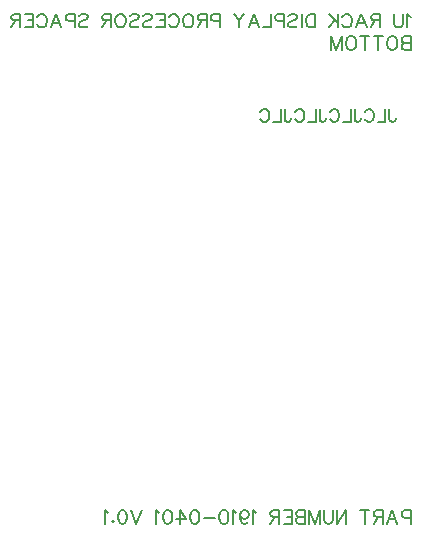
<source format=gbo>
G04 Layer: BottomSilkscreenLayer*
G04 EasyEDA v6.5.32, 2023-07-25 14:04:49*
G04 1d18ca3709534615baa4413b95bbe55f,5a6b42c53f6a479593ecc07194224c93,10*
G04 Gerber Generator version 0.2*
G04 Scale: 100 percent, Rotated: No, Reflected: No *
G04 Dimensions in millimeters *
G04 leading zeros omitted , absolute positions ,4 integer and 5 decimal *
%FSLAX45Y45*%
%MOMM*%

%ADD10C,0.2032*%
%ADD11C,0.1520*%

%LPD*%
D10*
X46151800Y159189D02*
G01*
X46151800Y44645D01*
X46151800Y159189D02*
G01*
X46102709Y159189D01*
X46086346Y153736D01*
X46080890Y148282D01*
X46075437Y137373D01*
X46075437Y121008D01*
X46080890Y110098D01*
X46086346Y104645D01*
X46102709Y99189D01*
X46151800Y99189D01*
X45995800Y159189D02*
G01*
X46039435Y44645D01*
X45995800Y159189D02*
G01*
X45952163Y44645D01*
X46023072Y82826D02*
G01*
X45968528Y82826D01*
X45916164Y159189D02*
G01*
X45916164Y44645D01*
X45916164Y159189D02*
G01*
X45867073Y159189D01*
X45850710Y153736D01*
X45845255Y148282D01*
X45839801Y137373D01*
X45839801Y126464D01*
X45845255Y115554D01*
X45850710Y110098D01*
X45867073Y104645D01*
X45916164Y104645D01*
X45877982Y104645D02*
G01*
X45839801Y44645D01*
X45765618Y159189D02*
G01*
X45765618Y44645D01*
X45803799Y159189D02*
G01*
X45727437Y159189D01*
X45607437Y159189D02*
G01*
X45607437Y44645D01*
X45607437Y159189D02*
G01*
X45531074Y44645D01*
X45531074Y159189D02*
G01*
X45531074Y44645D01*
X45495072Y159189D02*
G01*
X45495072Y77373D01*
X45489619Y61008D01*
X45478710Y50098D01*
X45462347Y44645D01*
X45451438Y44645D01*
X45435072Y50098D01*
X45424166Y61008D01*
X45418710Y77373D01*
X45418710Y159189D01*
X45382710Y159189D02*
G01*
X45382710Y44645D01*
X45382710Y159189D02*
G01*
X45339073Y44645D01*
X45295438Y159189D02*
G01*
X45339073Y44645D01*
X45295438Y159189D02*
G01*
X45295438Y44645D01*
X45259437Y159189D02*
G01*
X45259437Y44645D01*
X45259437Y159189D02*
G01*
X45210346Y159189D01*
X45193983Y153736D01*
X45188530Y148282D01*
X45183074Y137373D01*
X45183074Y126464D01*
X45188530Y115554D01*
X45193983Y110098D01*
X45210346Y104645D01*
X45259437Y104645D02*
G01*
X45210346Y104645D01*
X45193983Y99189D01*
X45188530Y93736D01*
X45183074Y82826D01*
X45183074Y66464D01*
X45188530Y55554D01*
X45193983Y50098D01*
X45210346Y44645D01*
X45259437Y44645D01*
X45147075Y159189D02*
G01*
X45147075Y44645D01*
X45147075Y159189D02*
G01*
X45076165Y159189D01*
X45147075Y104645D02*
G01*
X45103437Y104645D01*
X45147075Y44645D02*
G01*
X45076165Y44645D01*
X45040166Y159189D02*
G01*
X45040166Y44645D01*
X45040166Y159189D02*
G01*
X44991075Y159189D01*
X44974710Y153736D01*
X44969257Y148282D01*
X44963801Y137373D01*
X44963801Y126464D01*
X44969257Y115554D01*
X44974710Y110098D01*
X44991075Y104645D01*
X45040166Y104645D01*
X45001985Y104645D02*
G01*
X44963801Y44645D01*
X44843801Y137373D02*
G01*
X44832892Y142826D01*
X44816529Y159189D01*
X44816529Y44645D01*
X44709621Y121008D02*
G01*
X44715074Y104645D01*
X44725983Y93736D01*
X44742348Y88282D01*
X44747802Y88282D01*
X44764167Y93736D01*
X44775074Y104645D01*
X44780530Y121008D01*
X44780530Y126464D01*
X44775074Y142826D01*
X44764167Y153736D01*
X44747802Y159189D01*
X44742348Y159189D01*
X44725983Y153736D01*
X44715074Y142826D01*
X44709621Y121008D01*
X44709621Y93736D01*
X44715074Y66464D01*
X44725983Y50098D01*
X44742348Y44645D01*
X44753258Y44645D01*
X44769620Y50098D01*
X44775074Y61008D01*
X44673621Y137373D02*
G01*
X44662712Y142826D01*
X44646349Y159189D01*
X44646349Y44645D01*
X44577622Y159189D02*
G01*
X44593984Y153736D01*
X44604894Y137373D01*
X44610347Y110098D01*
X44610347Y93736D01*
X44604894Y66464D01*
X44593984Y50098D01*
X44577622Y44645D01*
X44566713Y44645D01*
X44550347Y50098D01*
X44539438Y66464D01*
X44533985Y93736D01*
X44533985Y110098D01*
X44539438Y137373D01*
X44550347Y153736D01*
X44566713Y159189D01*
X44577622Y159189D01*
X44497985Y93736D02*
G01*
X44399804Y93736D01*
X44331077Y159189D02*
G01*
X44347439Y153736D01*
X44358349Y137373D01*
X44363802Y110098D01*
X44363802Y93736D01*
X44358349Y66464D01*
X44347439Y50098D01*
X44331077Y44645D01*
X44320167Y44645D01*
X44303802Y50098D01*
X44292893Y66464D01*
X44287440Y93736D01*
X44287440Y110098D01*
X44292893Y137373D01*
X44303802Y153736D01*
X44320167Y159189D01*
X44331077Y159189D01*
X44196894Y159189D02*
G01*
X44251440Y82826D01*
X44169622Y82826D01*
X44196894Y159189D02*
G01*
X44196894Y44645D01*
X44100894Y159189D02*
G01*
X44117257Y153736D01*
X44128166Y137373D01*
X44133622Y110098D01*
X44133622Y93736D01*
X44128166Y66464D01*
X44117257Y50098D01*
X44100894Y44645D01*
X44089985Y44645D01*
X44073622Y50098D01*
X44062713Y66464D01*
X44057257Y93736D01*
X44057257Y110098D01*
X44062713Y137373D01*
X44073622Y153736D01*
X44089985Y159189D01*
X44100894Y159189D01*
X44021258Y137373D02*
G01*
X44010348Y142826D01*
X43993986Y159189D01*
X43993986Y44645D01*
X43873986Y159189D02*
G01*
X43830349Y44645D01*
X43786714Y159189D02*
G01*
X43830349Y44645D01*
X43717987Y159189D02*
G01*
X43734349Y153736D01*
X43745259Y137373D01*
X43750715Y110098D01*
X43750715Y93736D01*
X43745259Y66464D01*
X43734349Y50098D01*
X43717987Y44645D01*
X43707077Y44645D01*
X43690715Y50098D01*
X43679805Y66464D01*
X43674350Y93736D01*
X43674350Y110098D01*
X43679805Y137373D01*
X43690715Y153736D01*
X43707077Y159189D01*
X43717987Y159189D01*
X43632894Y71917D02*
G01*
X43638350Y66464D01*
X43632894Y61008D01*
X43627441Y66464D01*
X43632894Y71917D01*
X43591441Y137373D02*
G01*
X43580532Y142826D01*
X43564169Y159189D01*
X43564169Y44645D01*
X46151800Y4341073D02*
G01*
X46140890Y4346526D01*
X46124528Y4362889D01*
X46124528Y4248345D01*
X46088528Y4362889D02*
G01*
X46088528Y4281073D01*
X46083072Y4264708D01*
X46072163Y4253799D01*
X46055800Y4248345D01*
X46044891Y4248345D01*
X46028528Y4253799D01*
X46017619Y4264708D01*
X46012163Y4281073D01*
X46012163Y4362889D01*
X45892163Y4362889D02*
G01*
X45892163Y4248345D01*
X45892163Y4362889D02*
G01*
X45843073Y4362889D01*
X45826710Y4357436D01*
X45821254Y4351982D01*
X45815801Y4341073D01*
X45815801Y4330164D01*
X45821254Y4319254D01*
X45826710Y4313799D01*
X45843073Y4308345D01*
X45892163Y4308345D01*
X45853982Y4308345D02*
G01*
X45815801Y4248345D01*
X45736164Y4362889D02*
G01*
X45779801Y4248345D01*
X45736164Y4362889D02*
G01*
X45692527Y4248345D01*
X45763436Y4286526D02*
G01*
X45708892Y4286526D01*
X45574709Y4335617D02*
G01*
X45580165Y4346526D01*
X45591074Y4357436D01*
X45601983Y4362889D01*
X45623800Y4362889D01*
X45634709Y4357436D01*
X45645618Y4346526D01*
X45651074Y4335617D01*
X45656527Y4319254D01*
X45656527Y4291982D01*
X45651074Y4275617D01*
X45645618Y4264708D01*
X45634709Y4253799D01*
X45623800Y4248345D01*
X45601983Y4248345D01*
X45591074Y4253799D01*
X45580165Y4264708D01*
X45574709Y4275617D01*
X45538710Y4362889D02*
G01*
X45538710Y4248345D01*
X45462347Y4362889D02*
G01*
X45538710Y4286526D01*
X45511438Y4313799D02*
G01*
X45462347Y4248345D01*
X45342347Y4362889D02*
G01*
X45342347Y4248345D01*
X45342347Y4362889D02*
G01*
X45304166Y4362889D01*
X45287801Y4357436D01*
X45276891Y4346526D01*
X45271438Y4335617D01*
X45265982Y4319254D01*
X45265982Y4291982D01*
X45271438Y4275617D01*
X45276891Y4264708D01*
X45287801Y4253799D01*
X45304166Y4248345D01*
X45342347Y4248345D01*
X45229983Y4362889D02*
G01*
X45229983Y4248345D01*
X45117621Y4346526D02*
G01*
X45128530Y4357436D01*
X45144893Y4362889D01*
X45166711Y4362889D01*
X45183074Y4357436D01*
X45193983Y4346526D01*
X45193983Y4335617D01*
X45188530Y4324708D01*
X45183074Y4319254D01*
X45172165Y4313799D01*
X45139437Y4302889D01*
X45128530Y4297436D01*
X45123074Y4291982D01*
X45117621Y4281073D01*
X45117621Y4264708D01*
X45128530Y4253799D01*
X45144893Y4248345D01*
X45166711Y4248345D01*
X45183074Y4253799D01*
X45193983Y4264708D01*
X45081619Y4362889D02*
G01*
X45081619Y4248345D01*
X45081619Y4362889D02*
G01*
X45032528Y4362889D01*
X45016166Y4357436D01*
X45010712Y4351982D01*
X45005256Y4341073D01*
X45005256Y4324708D01*
X45010712Y4313799D01*
X45016166Y4308345D01*
X45032528Y4302889D01*
X45081619Y4302889D01*
X44969257Y4362889D02*
G01*
X44969257Y4248345D01*
X44969257Y4248345D02*
G01*
X44903801Y4248345D01*
X44824167Y4362889D02*
G01*
X44867802Y4248345D01*
X44824167Y4362889D02*
G01*
X44780530Y4248345D01*
X44851439Y4286526D02*
G01*
X44796892Y4286526D01*
X44744530Y4362889D02*
G01*
X44700893Y4308345D01*
X44700893Y4248345D01*
X44657256Y4362889D02*
G01*
X44700893Y4308345D01*
X44537256Y4362889D02*
G01*
X44537256Y4248345D01*
X44537256Y4362889D02*
G01*
X44488166Y4362889D01*
X44471803Y4357436D01*
X44466349Y4351982D01*
X44460894Y4341073D01*
X44460894Y4324708D01*
X44466349Y4313799D01*
X44471803Y4308345D01*
X44488166Y4302889D01*
X44537256Y4302889D01*
X44424894Y4362889D02*
G01*
X44424894Y4248345D01*
X44424894Y4362889D02*
G01*
X44375804Y4362889D01*
X44359438Y4357436D01*
X44353985Y4351982D01*
X44348532Y4341073D01*
X44348532Y4330164D01*
X44353985Y4319254D01*
X44359438Y4313799D01*
X44375804Y4308345D01*
X44424894Y4308345D01*
X44386713Y4308345D02*
G01*
X44348532Y4248345D01*
X44279804Y4362889D02*
G01*
X44290714Y4357436D01*
X44301620Y4346526D01*
X44307076Y4335617D01*
X44312530Y4319254D01*
X44312530Y4291982D01*
X44307076Y4275617D01*
X44301620Y4264708D01*
X44290714Y4253799D01*
X44279804Y4248345D01*
X44257986Y4248345D01*
X44247076Y4253799D01*
X44236167Y4264708D01*
X44230714Y4275617D01*
X44225258Y4291982D01*
X44225258Y4319254D01*
X44230714Y4335617D01*
X44236167Y4346526D01*
X44247076Y4357436D01*
X44257986Y4362889D01*
X44279804Y4362889D01*
X44107440Y4335617D02*
G01*
X44112893Y4346526D01*
X44123803Y4357436D01*
X44134712Y4362889D01*
X44156530Y4362889D01*
X44167440Y4357436D01*
X44178349Y4346526D01*
X44183802Y4335617D01*
X44189258Y4319254D01*
X44189258Y4291982D01*
X44183802Y4275617D01*
X44178349Y4264708D01*
X44167440Y4253799D01*
X44156530Y4248345D01*
X44134712Y4248345D01*
X44123803Y4253799D01*
X44112893Y4264708D01*
X44107440Y4275617D01*
X44071440Y4362889D02*
G01*
X44071440Y4248345D01*
X44071440Y4362889D02*
G01*
X44000531Y4362889D01*
X44071440Y4308345D02*
G01*
X44027803Y4308345D01*
X44071440Y4248345D02*
G01*
X44000531Y4248345D01*
X43888167Y4346526D02*
G01*
X43899076Y4357436D01*
X43915441Y4362889D01*
X43937257Y4362889D01*
X43953623Y4357436D01*
X43964532Y4346526D01*
X43964532Y4335617D01*
X43959076Y4324708D01*
X43953623Y4319254D01*
X43942713Y4313799D01*
X43909985Y4302889D01*
X43899076Y4297436D01*
X43893623Y4291982D01*
X43888167Y4281073D01*
X43888167Y4264708D01*
X43899076Y4253799D01*
X43915441Y4248345D01*
X43937257Y4248345D01*
X43953623Y4253799D01*
X43964532Y4264708D01*
X43775805Y4346526D02*
G01*
X43786714Y4357436D01*
X43803077Y4362889D01*
X43824895Y4362889D01*
X43841258Y4357436D01*
X43852167Y4346526D01*
X43852167Y4335617D01*
X43846714Y4324708D01*
X43841258Y4319254D01*
X43830349Y4313799D01*
X43797623Y4302889D01*
X43786714Y4297436D01*
X43781258Y4291982D01*
X43775805Y4281073D01*
X43775805Y4264708D01*
X43786714Y4253799D01*
X43803077Y4248345D01*
X43824895Y4248345D01*
X43841258Y4253799D01*
X43852167Y4264708D01*
X43707077Y4362889D02*
G01*
X43717987Y4357436D01*
X43728896Y4346526D01*
X43734349Y4335617D01*
X43739805Y4319254D01*
X43739805Y4291982D01*
X43734349Y4275617D01*
X43728896Y4264708D01*
X43717987Y4253799D01*
X43707077Y4248345D01*
X43685259Y4248345D01*
X43674350Y4253799D01*
X43663440Y4264708D01*
X43657987Y4275617D01*
X43652531Y4291982D01*
X43652531Y4319254D01*
X43657987Y4335617D01*
X43663440Y4346526D01*
X43674350Y4357436D01*
X43685259Y4362889D01*
X43707077Y4362889D01*
X43616532Y4362889D02*
G01*
X43616532Y4248345D01*
X43616532Y4362889D02*
G01*
X43567441Y4362889D01*
X43551078Y4357436D01*
X43545622Y4351982D01*
X43540169Y4341073D01*
X43540169Y4330164D01*
X43545622Y4319254D01*
X43551078Y4313799D01*
X43567441Y4308345D01*
X43616532Y4308345D01*
X43578350Y4308345D02*
G01*
X43540169Y4248345D01*
X43343804Y4346526D02*
G01*
X43354713Y4357436D01*
X43371079Y4362889D01*
X43392895Y4362889D01*
X43409260Y4357436D01*
X43420169Y4346526D01*
X43420169Y4335617D01*
X43414713Y4324708D01*
X43409260Y4319254D01*
X43398351Y4313799D01*
X43365623Y4302889D01*
X43354713Y4297436D01*
X43349260Y4291982D01*
X43343804Y4281073D01*
X43343804Y4264708D01*
X43354713Y4253799D01*
X43371079Y4248345D01*
X43392895Y4248345D01*
X43409260Y4253799D01*
X43420169Y4264708D01*
X43307805Y4362889D02*
G01*
X43307805Y4248345D01*
X43307805Y4362889D02*
G01*
X43258714Y4362889D01*
X43242351Y4357436D01*
X43236896Y4351982D01*
X43231442Y4341073D01*
X43231442Y4324708D01*
X43236896Y4313799D01*
X43242351Y4308345D01*
X43258714Y4302889D01*
X43307805Y4302889D01*
X43151806Y4362889D02*
G01*
X43195443Y4248345D01*
X43151806Y4362889D02*
G01*
X43108168Y4248345D01*
X43179077Y4286526D02*
G01*
X43124534Y4286526D01*
X42990350Y4335617D02*
G01*
X42995806Y4346526D01*
X43006716Y4357436D01*
X43017625Y4362889D01*
X43039441Y4362889D01*
X43050350Y4357436D01*
X43061260Y4346526D01*
X43066716Y4335617D01*
X43072169Y4319254D01*
X43072169Y4291982D01*
X43066716Y4275617D01*
X43061260Y4264708D01*
X43050350Y4253799D01*
X43039441Y4248345D01*
X43017625Y4248345D01*
X43006716Y4253799D01*
X42995806Y4264708D01*
X42990350Y4275617D01*
X42954351Y4362889D02*
G01*
X42954351Y4248345D01*
X42954351Y4362889D02*
G01*
X42883442Y4362889D01*
X42954351Y4308345D02*
G01*
X42910716Y4308345D01*
X42954351Y4248345D02*
G01*
X42883442Y4248345D01*
X42847442Y4362889D02*
G01*
X42847442Y4248345D01*
X42847442Y4362889D02*
G01*
X42798352Y4362889D01*
X42781989Y4357436D01*
X42776533Y4351982D01*
X42771080Y4341073D01*
X42771080Y4330164D01*
X42776533Y4319254D01*
X42781989Y4313799D01*
X42798352Y4308345D01*
X42847442Y4308345D01*
X42809261Y4308345D02*
G01*
X42771080Y4248345D01*
D11*
X45972857Y3557051D02*
G01*
X45972857Y3473924D01*
X45978053Y3458337D01*
X45983248Y3453142D01*
X45993639Y3447948D01*
X46004030Y3447948D01*
X46014421Y3453142D01*
X46019618Y3458337D01*
X46024812Y3473924D01*
X46024812Y3484316D01*
X45938566Y3557051D02*
G01*
X45938566Y3447948D01*
X45938566Y3447948D02*
G01*
X45876222Y3447948D01*
X45764000Y3531074D02*
G01*
X45769197Y3541466D01*
X45779588Y3551857D01*
X45789977Y3557051D01*
X45810759Y3557051D01*
X45821150Y3551857D01*
X45831541Y3541466D01*
X45836738Y3531074D01*
X45841932Y3515487D01*
X45841932Y3489510D01*
X45836738Y3473924D01*
X45831541Y3463533D01*
X45821150Y3453142D01*
X45810759Y3447948D01*
X45789977Y3447948D01*
X45779588Y3453142D01*
X45769197Y3463533D01*
X45764000Y3473924D01*
X45677757Y3557051D02*
G01*
X45677757Y3473924D01*
X45682951Y3458337D01*
X45688148Y3453142D01*
X45698536Y3447948D01*
X45708928Y3447948D01*
X45719319Y3453142D01*
X45724516Y3458337D01*
X45729710Y3473924D01*
X45729710Y3484316D01*
X45643467Y3557051D02*
G01*
X45643467Y3447948D01*
X45643467Y3447948D02*
G01*
X45581120Y3447948D01*
X45468898Y3531074D02*
G01*
X45474094Y3541466D01*
X45484486Y3551857D01*
X45494877Y3557051D01*
X45515657Y3557051D01*
X45526048Y3551857D01*
X45536439Y3541466D01*
X45541636Y3531074D01*
X45546830Y3515487D01*
X45546830Y3489510D01*
X45541636Y3473924D01*
X45536439Y3463533D01*
X45526048Y3453142D01*
X45515657Y3447948D01*
X45494877Y3447948D01*
X45484486Y3453142D01*
X45474094Y3463533D01*
X45468898Y3473924D01*
X45382654Y3557051D02*
G01*
X45382654Y3473924D01*
X45387849Y3458337D01*
X45393046Y3453142D01*
X45403437Y3447948D01*
X45413828Y3447948D01*
X45424216Y3453142D01*
X45429413Y3458337D01*
X45434608Y3473924D01*
X45434608Y3484316D01*
X45348364Y3557051D02*
G01*
X45348364Y3447948D01*
X45348364Y3447948D02*
G01*
X45286018Y3447948D01*
X45173798Y3531074D02*
G01*
X45178992Y3541466D01*
X45189383Y3551857D01*
X45199774Y3557051D01*
X45220557Y3557051D01*
X45230948Y3551857D01*
X45241336Y3541466D01*
X45246533Y3531074D01*
X45251728Y3515487D01*
X45251728Y3489510D01*
X45246533Y3473924D01*
X45241336Y3463533D01*
X45230948Y3453142D01*
X45220557Y3447948D01*
X45199774Y3447948D01*
X45189383Y3453142D01*
X45178992Y3463533D01*
X45173798Y3473924D01*
X45087552Y3557051D02*
G01*
X45087552Y3473924D01*
X45092747Y3458337D01*
X45097943Y3453142D01*
X45108334Y3447948D01*
X45118726Y3447948D01*
X45129117Y3453142D01*
X45134311Y3458337D01*
X45139508Y3473924D01*
X45139508Y3484316D01*
X45053262Y3557051D02*
G01*
X45053262Y3447948D01*
X45053262Y3447948D02*
G01*
X44990918Y3447948D01*
X44878696Y3531074D02*
G01*
X44883890Y3541466D01*
X44894281Y3551857D01*
X44904672Y3557051D01*
X44925454Y3557051D01*
X44935846Y3551857D01*
X44946237Y3541466D01*
X44951431Y3531074D01*
X44956628Y3515487D01*
X44956628Y3489510D01*
X44951431Y3473924D01*
X44946237Y3463533D01*
X44935846Y3453142D01*
X44925454Y3447948D01*
X44904672Y3447948D01*
X44894281Y3453142D01*
X44883890Y3463533D01*
X44878696Y3473924D01*
D10*
X46151800Y4172389D02*
G01*
X46151800Y4057845D01*
X46151800Y4172389D02*
G01*
X46102709Y4172389D01*
X46086346Y4166936D01*
X46080890Y4161482D01*
X46075437Y4150573D01*
X46075437Y4139664D01*
X46080890Y4128754D01*
X46086346Y4123299D01*
X46102709Y4117845D01*
X46151800Y4117845D02*
G01*
X46102709Y4117845D01*
X46086346Y4112389D01*
X46080890Y4106936D01*
X46075437Y4096026D01*
X46075437Y4079664D01*
X46080890Y4068754D01*
X46086346Y4063299D01*
X46102709Y4057845D01*
X46151800Y4057845D01*
X46006710Y4172389D02*
G01*
X46017619Y4166936D01*
X46028528Y4156026D01*
X46033982Y4145117D01*
X46039435Y4128754D01*
X46039435Y4101482D01*
X46033982Y4085117D01*
X46028528Y4074208D01*
X46017619Y4063299D01*
X46006710Y4057845D01*
X45984891Y4057845D01*
X45973982Y4063299D01*
X45963072Y4074208D01*
X45957619Y4085117D01*
X45952163Y4101482D01*
X45952163Y4128754D01*
X45957619Y4145117D01*
X45963072Y4156026D01*
X45973982Y4166936D01*
X45984891Y4172389D01*
X46006710Y4172389D01*
X45877982Y4172389D02*
G01*
X45877982Y4057845D01*
X45916164Y4172389D02*
G01*
X45839800Y4172389D01*
X45765618Y4172389D02*
G01*
X45765618Y4057845D01*
X45803800Y4172389D02*
G01*
X45727437Y4172389D01*
X45658709Y4172389D02*
G01*
X45669619Y4166936D01*
X45680528Y4156026D01*
X45685981Y4145117D01*
X45691437Y4128754D01*
X45691437Y4101482D01*
X45685981Y4085117D01*
X45680528Y4074208D01*
X45669619Y4063299D01*
X45658709Y4057845D01*
X45636891Y4057845D01*
X45625981Y4063299D01*
X45615072Y4074208D01*
X45609619Y4085117D01*
X45604165Y4101482D01*
X45604165Y4128754D01*
X45609619Y4145117D01*
X45615072Y4156026D01*
X45625981Y4166936D01*
X45636891Y4172389D01*
X45658709Y4172389D01*
X45568163Y4172389D02*
G01*
X45568163Y4057845D01*
X45568163Y4172389D02*
G01*
X45524529Y4057845D01*
X45480892Y4172389D02*
G01*
X45524529Y4057845D01*
X45480892Y4172389D02*
G01*
X45480892Y4057845D01*
M02*

</source>
